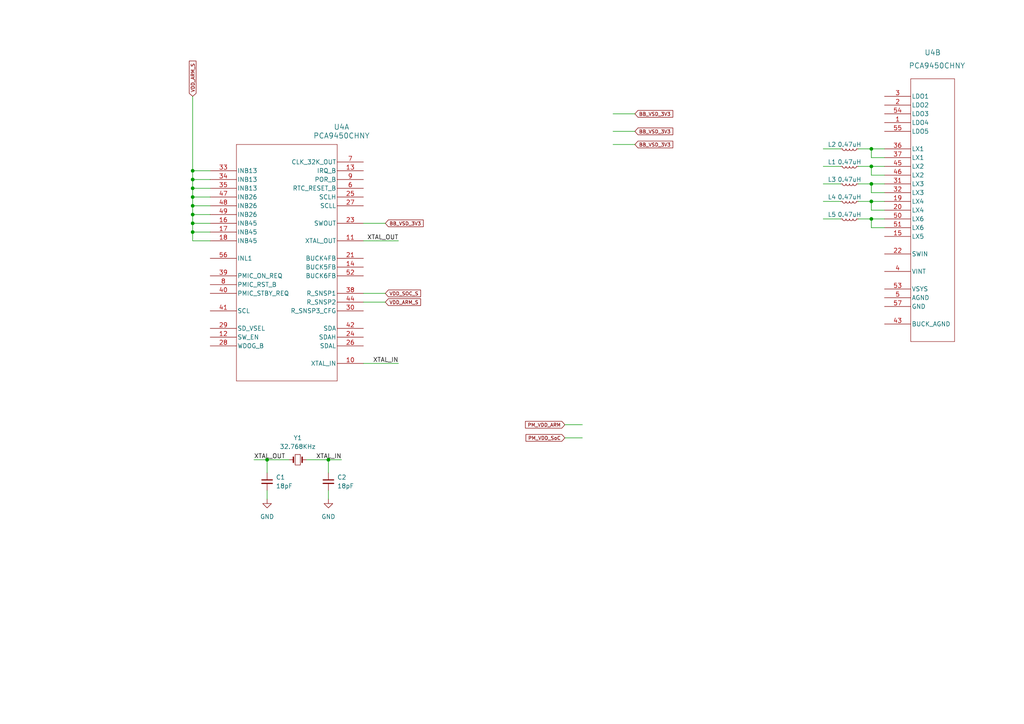
<source format=kicad_sch>
(kicad_sch (version 20230121) (generator eeschema)
  (paper "A4")
  (lib_symbols
    (symbol "Device:C_Small" (pin_numbers hide) (pin_names (offset 0.254) hide)
      (property "Reference" "C" (at 0.254 1.778 0))
      (property "Value" "C_Small" (at 0.254 -2.032 0))
      (symbol "C_Small_0_1"
        (polyline (pts (xy -1.524 -0.508) (xy 1.524 -0.508)) (stroke (width 0.3302)))
        (polyline (pts (xy -1.524 0.508) (xy 1.524 0.508)) (stroke (width 0.3048)))
      )
      (symbol "C_Small_1_1"
        (pin passive line (at 0 2.54 270) (length 2.032) (name "~") (number "1"))
        (pin passive line (at 0 -2.54 90) (length 2.032) (name "~") (number "2"))
      )
    )
    (symbol "Device:Crystal_Small" (pin_numbers hide) (pin_names (offset 1.016) hide)
      (property "Reference" "Y" (at 0 2.54 0))
      (property "Value" "Crystal_Small" (at 0 -2.54 0))
      (symbol "Crystal_Small_0_1"
        (rectangle (start -0.762 -1.524) (end 0.762 1.524))
        (polyline (pts (xy -1.27 -0.762) (xy -1.27 0.762)) (stroke (width 0.381)))
        (polyline (pts (xy 1.27 -0.762) (xy 1.27 0.762)) (stroke (width 0.381)))
      )
      (symbol "Crystal_Small_1_1"
        (pin passive line (at -2.54 0 0) (length 1.27) (name "1") (number "1"))
        (pin passive line (at 2.54 0 180) (length 1.27) (name "2") (number "2"))
      )
    )
    (symbol "Device:L_Small" (pin_numbers hide) (pin_names (offset 0.254) hide)
      (property "Reference" "L" (at 0.762 1.016 0))
      (property "Value" "L_Small" (at 0.762 -1.016 0))
      (symbol "L_Small_0_1"
        (arc (start 0 -2.032) (mid 0.5058 -1.524) (end 0 -1.016))
        (arc (start 0 -1.016) (mid 0.5058 -0.508) (end 0 0))
        (arc (start 0 0) (mid 0.5058 0.508) (end 0 1.016))
        (arc (start 0 1.016) (mid 0.5058 1.524) (end 0 2.032))
      )
      (symbol "L_Small_1_1"
        (pin passive line (at 0 2.54 270) (length 0.508) (name "~") (number "1"))
        (pin passive line (at 0 -2.54 90) (length 0.508) (name "~") (number "2"))
      )
    )
    (symbol "PCA9450CHNY_1" (pin_names (offset 0.254))
      (property "Reference" "U4" (at 38.1 12.7 0))
      (property "Value" "PCA9450CHNY" (at 38.1 10.16 0))
      (symbol "PCA9450CHNY_1_1_1"
        (polyline (pts (xy 7.62 -60.96) (xy 36.83 -60.96)) (stroke (width 0.127)))
        (polyline (pts (xy 7.62 7.62) (xy 7.62 -60.96)) (stroke (width 0.127)))
        (polyline (pts (xy 36.83 -60.96) (xy 36.83 7.62)) (stroke (width 0.127)))
        (polyline (pts (xy 36.83 7.62) (xy 7.62 7.62)) (stroke (width 0.127)))
        (pin unspecified line (at 44.45 -55.88 180) (length 7.62) (name "XTAL_IN") (number "10"))
        (pin unspecified line (at 44.45 -20.32 180) (length 7.62) (name "XTAL_OUT") (number "11"))
        (pin input line (at 0 -48.26 0) (length 7.62) (name "SW_EN") (number "12"))
        (pin output line (at 44.45 0 180) (length 7.62) (name "IRQ_B") (number "13"))
        (pin unspecified line (at 44.45 -27.94 180) (length 7.62) (name "BUCK5FB") (number "14"))
        (pin power_in line (at 0 -15.24 0) (length 7.62) (name "INB45") (number "16"))
        (pin power_in line (at 0 -17.78 0) (length 7.62) (name "INB45") (number "17"))
        (pin power_in line (at 0 -20.32 0) (length 7.62) (name "INB45") (number "18"))
        (pin unspecified line (at 44.45 -25.4 180) (length 7.62) (name "BUCK4FB") (number "21"))
        (pin power_in line (at 44.45 -15.24 180) (length 7.62) (name "SWOUT") (number "23"))
        (pin bidirectional line (at 44.45 -48.26 180) (length 7.62) (name "SDAH") (number "24"))
        (pin output line (at 44.45 -7.62 180) (length 7.62) (name "SCLH") (number "25"))
        (pin bidirectional line (at 44.45 -50.8 180) (length 7.62) (name "SDAL") (number "26"))
        (pin output line (at 44.45 -10.16 180) (length 7.62) (name "SCLL") (number "27"))
        (pin input line (at 0 -50.8 0) (length 7.62) (name "WDOG_B") (number "28"))
        (pin input line (at 0 -45.72 0) (length 7.62) (name "SD_VSEL") (number "29"))
        (pin unspecified line (at 44.45 -40.64 180) (length 7.62) (name "R_SNSP3_CFG") (number "30"))
        (pin power_in line (at 0 0 0) (length 7.62) (name "INB13") (number "33"))
        (pin power_in line (at 0 -2.54 0) (length 7.62) (name "INB13") (number "34"))
        (pin power_in line (at 0 -5.08 0) (length 7.62) (name "INB13") (number "35"))
        (pin unspecified line (at 44.45 -35.56 180) (length 7.62) (name "R_SNSP1") (number "38"))
        (pin input line (at 0 -30.48 0) (length 7.62) (name "PMIC_ON_REQ") (number "39"))
        (pin input line (at 0 -35.56 0) (length 7.62) (name "PMIC_STBY_REQ") (number "40"))
        (pin input line (at 0 -40.64 0) (length 7.62) (name "SCL") (number "41"))
        (pin bidirectional line (at 44.45 -45.72 180) (length 7.62) (name "SDA") (number "42"))
        (pin unspecified line (at 44.45 -38.1 180) (length 7.62) (name "R_SNSP2") (number "44"))
        (pin power_in line (at 0 -7.62 0) (length 7.62) (name "INB26") (number "47"))
        (pin power_in line (at 0 -10.16 0) (length 7.62) (name "INB26") (number "48"))
        (pin power_in line (at 0 -12.7 0) (length 7.62) (name "INB26") (number "49"))
        (pin unspecified line (at 44.45 -30.48 180) (length 7.62) (name "BUCK6FB") (number "52"))
        (pin power_in line (at 0 -25.4 0) (length 7.62) (name "INL1") (number "56"))
        (pin output line (at 44.45 -5.08 180) (length 7.62) (name "RTC_RESET_B") (number "6"))
        (pin output line (at 44.45 2.54 180) (length 7.62) (name "CLK_32K_OUT") (number "7"))
        (pin input line (at 0 -33.02 0) (length 7.62) (name "PMIC_RST_B") (number "8"))
        (pin output line (at 44.45 -2.54 180) (length 7.62) (name "POR_B") (number "9"))
      )
      (symbol "PCA9450CHNY_1_2_1"
        (polyline (pts (xy 7.62 -71.12) (xy 20.32 -71.12)) (stroke (width 0.127)))
        (polyline (pts (xy 7.62 5.08) (xy 7.62 -71.12)) (stroke (width 0.127)))
        (polyline (pts (xy 20.32 -71.12) (xy 20.32 5.08)) (stroke (width 0.127)))
        (polyline (pts (xy 20.32 5.08) (xy 7.62 5.08)) (stroke (width 0.127)))
        (pin power_in line (at 0 -7.62 0) (length 7.62) (name "LDO4") (number "1"))
        (pin power_in line (at 0 -40.64 0) (length 7.62) (name "LX5") (number "15"))
        (pin power_in line (at 0 -30.48 0) (length 7.62) (name "LX4") (number "19"))
        (pin power_in line (at 0 -2.54 0) (length 7.62) (name "LDO2") (number "2"))
        (pin power_in line (at 0 -33.02 0) (length 7.62) (name "LX4") (number "20"))
        (pin power_in line (at 0 -45.72 0) (length 7.62) (name "SWIN") (number "22"))
        (pin power_in line (at 0 0 0) (length 7.62) (name "LDO1") (number "3"))
        (pin power_in line (at 0 -25.4 0) (length 7.62) (name "LX3") (number "31"))
        (pin power_in line (at 0 -27.94 0) (length 7.62) (name "LX3") (number "32"))
        (pin power_in line (at 0 -15.24 0) (length 7.62) (name "LX1") (number "36"))
        (pin power_in line (at 0 -17.78 0) (length 7.62) (name "LX1") (number "37"))
        (pin power_in line (at 0 -50.8 0) (length 7.62) (name "VINT") (number "4"))
        (pin power_out line (at 0 -66.04 0) (length 7.62) (name "BUCK_AGND") (number "43"))
        (pin power_in line (at 0 -20.32 0) (length 7.62) (name "LX2") (number "45"))
        (pin power_in line (at 0 -22.86 0) (length 7.62) (name "LX2") (number "46"))
        (pin power_out line (at 0 -58.42 0) (length 7.62) (name "AGND") (number "5"))
        (pin power_in line (at 0 -35.56 0) (length 7.62) (name "LX6") (number "50"))
        (pin power_in line (at 0 -38.1 0) (length 7.62) (name "LX6") (number "51"))
        (pin power_in line (at 0 -55.88 0) (length 7.62) (name "VSYS") (number "53"))
        (pin power_in line (at 0 -5.08 0) (length 7.62) (name "LDO3") (number "54"))
        (pin power_in line (at 0 -10.16 0) (length 7.62) (name "LDO5") (number "55"))
        (pin power_out line (at 0 -60.96 0) (length 7.62) (name "GND") (number "57"))
      )
    )
    (symbol "pca9450_NXP:PCA9450CHNY" (pin_names (offset 0.254))
      (property "Reference" "U4" (at 38.1 12.7 0))
      (property "Value" "PCA9450CHNY" (at 38.1 10.16 0))
      (symbol "PCA9450CHNY_1_1"
        (polyline (pts (xy 7.62 -60.96) (xy 36.83 -60.96)) (stroke (width 0.127)))
        (polyline (pts (xy 7.62 7.62) (xy 7.62 -60.96)) (stroke (width 0.127)))
        (polyline (pts (xy 36.83 -60.96) (xy 36.83 7.62)) (stroke (width 0.127)))
        (polyline (pts (xy 36.83 7.62) (xy 7.62 7.62)) (stroke (width 0.127)))
        (pin unspecified line (at 44.45 -55.88 180) (length 7.62) (name "XTAL_IN") (number "10"))
        (pin unspecified line (at 44.45 -20.32 180) (length 7.62) (name "XTAL_OUT") (number "11"))
        (pin input line (at 0 -48.26 0) (length 7.62) (name "SW_EN") (number "12"))
        (pin output line (at 44.45 0 180) (length 7.62) (name "IRQ_B") (number "13"))
        (pin unspecified line (at 44.45 -27.94 180) (length 7.62) (name "BUCK5FB") (number "14"))
        (pin power_in line (at 0 -15.24 0) (length 7.62) (name "INB45") (number "16"))
        (pin power_in line (at 0 -17.78 0) (length 7.62) (name "INB45") (number "17"))
        (pin power_in line (at 0 -20.32 0) (length 7.62) (name "INB45") (number "18"))
        (pin unspecified line (at 44.45 -25.4 180) (length 7.62) (name "BUCK4FB") (number "21"))
        (pin power_in line (at 44.45 -15.24 180) (length 7.62) (name "SWOUT") (number "23"))
        (pin bidirectional line (at 44.45 -48.26 180) (length 7.62) (name "SDAH") (number "24"))
        (pin output line (at 44.45 -7.62 180) (length 7.62) (name "SCLH") (number "25"))
        (pin bidirectional line (at 44.45 -50.8 180) (length 7.62) (name "SDAL") (number "26"))
        (pin output line (at 44.45 -10.16 180) (length 7.62) (name "SCLL") (number "27"))
        (pin input line (at 0 -50.8 0) (length 7.62) (name "WDOG_B") (number "28"))
        (pin input line (at 0 -45.72 0) (length 7.62) (name "SD_VSEL") (number "29"))
        (pin unspecified line (at 44.45 -40.64 180) (length 7.62) (name "R_SNSP3_CFG") (number "30"))
        (pin power_in line (at 0 0 0) (length 7.62) (name "INB13") (number "33"))
        (pin power_in line (at 0 -2.54 0) (length 7.62) (name "INB13") (number "34"))
        (pin power_in line (at 0 -5.08 0) (length 7.62) (name "INB13") (number "35"))
        (pin unspecified line (at 44.45 -35.56 180) (length 7.62) (name "R_SNSP1") (number "38"))
        (pin input line (at 0 -30.48 0) (length 7.62) (name "PMIC_ON_REQ") (number "39"))
        (pin input line (at 0 -35.56 0) (length 7.62) (name "PMIC_STBY_REQ") (number "40"))
        (pin input line (at 0 -40.64 0) (length 7.62) (name "SCL") (number "41"))
        (pin bidirectional line (at 44.45 -45.72 180) (length 7.62) (name "SDA") (number "42"))
        (pin unspecified line (at 44.45 -38.1 180) (length 7.62) (name "R_SNSP2") (number "44"))
        (pin power_in line (at 0 -7.62 0) (length 7.62) (name "INB26") (number "47"))
        (pin power_in line (at 0 -10.16 0) (length 7.62) (name "INB26") (number "48"))
        (pin power_in line (at 0 -12.7 0) (length 7.62) (name "INB26") (number "49"))
        (pin unspecified line (at 44.45 -30.48 180) (length 7.62) (name "BUCK6FB") (number "52"))
        (pin power_in line (at 0 -25.4 0) (length 7.62) (name "INL1") (number "56"))
        (pin output line (at 44.45 -5.08 180) (length 7.62) (name "RTC_RESET_B") (number "6"))
        (pin output line (at 44.45 2.54 180) (length 7.62) (name "CLK_32K_OUT") (number "7"))
        (pin input line (at 0 -33.02 0) (length 7.62) (name "PMIC_RST_B") (number "8"))
        (pin output line (at 44.45 -2.54 180) (length 7.62) (name "POR_B") (number "9"))
      )
      (symbol "PCA9450CHNY_2_1"
        (polyline (pts (xy 7.62 -71.12) (xy 20.32 -71.12)) (stroke (width 0.127)))
        (polyline (pts (xy 7.62 5.08) (xy 7.62 -71.12)) (stroke (width 0.127)))
        (polyline (pts (xy 20.32 -71.12) (xy 20.32 5.08)) (stroke (width 0.127)))
        (polyline (pts (xy 20.32 5.08) (xy 7.62 5.08)) (stroke (width 0.127)))
        (pin power_in line (at 0 -7.62 0) (length 7.62) (name "LDO4") (number "1"))
        (pin power_in line (at 0 -40.64 0) (length 7.62) (name "LX5") (number "15"))
        (pin power_in line (at 0 -30.48 0) (length 7.62) (name "LX4") (number "19"))
        (pin power_in line (at 0 -2.54 0) (length 7.62) (name "LDO2") (number "2"))
        (pin power_in line (at 0 -33.02 0) (length 7.62) (name "LX4") (number "20"))
        (pin power_in line (at 0 -45.72 0) (length 7.62) (name "SWIN") (number "22"))
        (pin power_in line (at 0 0 0) (length 7.62) (name "LDO1") (number "3"))
        (pin power_in line (at 0 -25.4 0) (length 7.62) (name "LX3") (number "31"))
        (pin power_in line (at 0 -27.94 0) (length 7.62) (name "LX3") (number "32"))
        (pin power_in line (at 0 -15.24 0) (length 7.62) (name "LX1") (number "36"))
        (pin power_in line (at 0 -17.78 0) (length 7.62) (name "LX1") (number "37"))
        (pin power_in line (at 0 -50.8 0) (length 7.62) (name "VINT") (number "4"))
        (pin power_out line (at 0 -66.04 0) (length 7.62) (name "BUCK_AGND") (number "43"))
        (pin power_in line (at 0 -20.32 0) (length 7.62) (name "LX2") (number "45"))
        (pin power_in line (at 0 -22.86 0) (length 7.62) (name "LX2") (number "46"))
        (pin power_out line (at 0 -58.42 0) (length 7.62) (name "AGND") (number "5"))
        (pin power_in line (at 0 -35.56 0) (length 7.62) (name "LX6") (number "50"))
        (pin power_in line (at 0 -38.1 0) (length 7.62) (name "LX6") (number "51"))
        (pin power_in line (at 0 -55.88 0) (length 7.62) (name "VSYS") (number "53"))
        (pin power_in line (at 0 -5.08 0) (length 7.62) (name "LDO3") (number "54"))
        (pin power_in line (at 0 -10.16 0) (length 7.62) (name "LDO5") (number "55"))
        (pin power_out line (at 0 -60.96 0) (length 7.62) (name "GND") (number "57"))
      )
    )
    (symbol "power:GND" (power) (pin_names (offset 0))
      (property "Value" "GND" (at 0 -3.81 0))
      (symbol "GND_0_1"
        (polyline (pts (xy 0 0) (xy 0 -1.27) (xy 1.27 -1.27) (xy 0 -2.54) (xy -1.27 -1.27) (xy 0 -1.27)))
      )
      (symbol "GND_1_1"
        (pin power_in line (at 0 0 270) (length 0) hide (name "GND") (number "1"))
      )
    )
  )
  (junction (at 55.88 57.15))
  (junction (at 55.88 64.77))
  (junction (at 77.47 133.35))
  (junction (at 252.73 53.34))
  (junction (at 55.88 54.61))
  (junction (at 95.25 133.35))
  (junction (at 55.88 49.53))
  (junction (at 252.73 63.5))
  (junction (at 55.88 62.23))
  (junction (at 55.88 59.69))
  (junction (at 55.88 67.31))
  (junction (at 55.88 52.07))
  (junction (at 252.73 58.42))
  (junction (at 252.73 48.26))
  (junction (at 252.73 43.18))
  (wire (pts (xy 256.54 45.72) (xy 252.73 45.72)))
  (wire (pts (xy 95.25 133.35) (xy 99.06 133.35)))
  (wire (pts (xy 55.88 62.23) (xy 55.88 64.77)))
  (wire (pts (xy 252.73 66.04) (xy 252.73 63.5)))
  (wire (pts (xy 60.96 57.15) (xy 55.88 57.15)))
  (wire (pts (xy 88.9 133.35) (xy 95.25 133.35)))
  (wire (pts (xy 55.88 27.94) (xy 55.88 49.53)))
  (wire (pts (xy 248.92 48.26) (xy 252.73 48.26)))
  (wire (pts (xy 256.54 60.96) (xy 252.73 60.96)))
  (wire (pts (xy 60.96 64.77) (xy 55.88 64.77)))
  (wire (pts (xy 55.88 57.15) (xy 55.88 54.61)))
  (wire (pts (xy 248.92 58.42) (xy 252.73 58.42)))
  (wire (pts (xy 252.73 58.42) (xy 256.54 58.42)))
  (wire (pts (xy 55.88 49.53) (xy 55.88 52.07)))
  (wire (pts (xy 177.8 33.02) (xy 184.15 33.02)))
  (wire (pts (xy 252.73 53.34) (xy 256.54 53.34)))
  (wire (pts (xy 105.41 85.09) (xy 111.76 85.09)))
  (wire (pts (xy 60.96 54.61) (xy 55.88 54.61)))
  (wire (pts (xy 238.76 43.18) (xy 243.84 43.18)))
  (wire (pts (xy 55.88 54.61) (xy 55.88 52.07)))
  (wire (pts (xy 252.73 48.26) (xy 256.54 48.26)))
  (wire (pts (xy 60.96 52.07) (xy 55.88 52.07)))
  (wire (pts (xy 105.41 87.63) (xy 111.76 87.63)))
  (wire (pts (xy 248.92 43.18) (xy 252.73 43.18)))
  (wire (pts (xy 55.88 62.23) (xy 60.96 62.23)))
  (wire (pts (xy 95.25 142.24) (xy 95.25 144.78)))
  (wire (pts (xy 163.83 123.19) (xy 168.91 123.19)))
  (wire (pts (xy 83.82 133.35) (xy 77.47 133.35)))
  (wire (pts (xy 256.54 55.88) (xy 252.73 55.88)))
  (wire (pts (xy 55.88 59.69) (xy 60.96 59.69)))
  (wire (pts (xy 248.92 63.5) (xy 252.73 63.5)))
  (wire (pts (xy 256.54 66.04) (xy 252.73 66.04)))
  (wire (pts (xy 55.88 57.15) (xy 55.88 59.69)))
  (wire (pts (xy 252.73 60.96) (xy 252.73 58.42)))
  (wire (pts (xy 238.76 63.5) (xy 243.84 63.5)))
  (wire (pts (xy 252.73 55.88) (xy 252.73 53.34)))
  (wire (pts (xy 238.76 53.34) (xy 243.84 53.34)))
  (wire (pts (xy 252.73 45.72) (xy 252.73 43.18)))
  (wire (pts (xy 77.47 142.24) (xy 77.47 144.78)))
  (wire (pts (xy 252.73 63.5) (xy 256.54 63.5)))
  (wire (pts (xy 252.73 50.8) (xy 252.73 48.26)))
  (wire (pts (xy 252.73 43.18) (xy 256.54 43.18)))
  (wire (pts (xy 105.41 105.41) (xy 115.57 105.41)))
  (wire (pts (xy 238.76 58.42) (xy 243.84 58.42)))
  (wire (pts (xy 177.8 38.1) (xy 184.15 38.1)))
  (wire (pts (xy 77.47 133.35) (xy 77.47 137.16)))
  (wire (pts (xy 95.25 133.35) (xy 95.25 137.16)))
  (wire (pts (xy 77.47 133.35) (xy 73.66 133.35)))
  (wire (pts (xy 55.88 69.85) (xy 55.88 67.31)))
  (wire (pts (xy 238.76 48.26) (xy 243.84 48.26)))
  (wire (pts (xy 55.88 64.77) (xy 55.88 67.31)))
  (wire (pts (xy 105.41 69.85) (xy 115.57 69.85)))
  (wire (pts (xy 55.88 67.31) (xy 60.96 67.31)))
  (wire (pts (xy 55.88 59.69) (xy 55.88 62.23)))
  (wire (pts (xy 177.8 41.91) (xy 184.15 41.91)))
  (wire (pts (xy 163.83 127) (xy 168.91 127)))
  (wire (pts (xy 248.92 53.34) (xy 252.73 53.34)))
  (wire (pts (xy 105.41 64.77) (xy 111.76 64.77)))
  (wire (pts (xy 55.88 49.53) (xy 60.96 49.53)))
  (wire (pts (xy 256.54 50.8) (xy 252.73 50.8)))
  (wire (pts (xy 60.96 69.85) (xy 55.88 69.85)))
  (label "XTAL_OUT" (at 115.57 69.85 180))
  (label "XTAL_IN" (at 99.06 133.35 180))
  (label "XTAL_IN" (at 115.57 105.41 180))
  (label "XTAL_OUT" (at 73.66 133.35 0))
  (global_label "PM_VDD_SoC" (shape input) (at 163.83 127 180) (effects (font (size 1 1))) (property "Intersheetrefs" "${INTERSHEET_REFS}" (effects hide)))
  (global_label "BB_VSD_3V3" (shape input) (at 184.15 33.02 0) (effects (font (size 1 1))) (property "Intersheetrefs" "${INTERSHEET_REFS}" (effects hide)))
  (global_label "VDD_ARM_S" (shape input) (at 55.88 27.94 90) (effects (font (size 1 1))) (property "Intersheetrefs" "${INTERSHEET_REFS}" (effects hide)))
  (global_label "BB_VSD_3V3" (shape input) (at 184.15 38.1 0) (effects (font (size 1 1))) (property "Intersheetrefs" "${INTERSHEET_REFS}" (effects hide)))
  (global_label "PM_VDD_ARM" (shape input) (at 163.83 123.19 180) (effects (font (size 1 1))) (property "Intersheetrefs" "${INTERSHEET_REFS}" (effects hide)))
  (global_label "BB_VSD_3V3" (shape input) (at 184.15 41.91 0) (effects (font (size 1 1))) (property "Intersheetrefs" "${INTERSHEET_REFS}" (effects hide)))
  (global_label "VDD_ARM_S" (shape input) (at 111.76 87.63 0) (effects (font (size 1 1))) (property "Intersheetrefs" "${INTERSHEET_REFS}" (effects hide)))
  (global_label "VDD_SOC_S" (shape input) (at 111.76 85.09 0) (effects (font (size 1 1))) (property "Intersheetrefs" "${INTERSHEET_REFS}" (effects hide)))
  (global_label "BB_VSD_3V3" (shape input) (at 111.76 64.77 0) (effects (font (size 1 1))) (property "Intersheetrefs" "${INTERSHEET_REFS}" (effects hide)))
  (symbol (lib_id "Device:C_Small") (at 77.47 139.7 0) (mirror y) (unit 1)
    (property "Reference" "C1" (at 80.01 138.4363 0) (effects (justify right)))
    (property "Value" "18pF" (at 80.01 140.9763 0) (effects (justify right)))
    (property "Footprint" "Capacitor_SMD:C_0201_0603Metric_Pad0.64x0.40mm_HandSolder" (effects hide))
  )
  (symbol (lib_id "power:GND") (at 77.47 144.78 0) (unit 1)
    (property "Reference" "#PWR07" (effects hide))
    (property "Value" "GND" (at 77.47 149.86 0))
  )
  (symbol (lib_id "Device:C_Small") (at 95.25 139.7 0) (mirror y) (unit 1)
    (property "Reference" "C2" (at 97.79 138.4363 0) (effects (justify right)))
    (property "Value" "18pF" (at 97.79 140.9763 0) (effects (justify right)))
    (property "Footprint" "Capacitor_SMD:C_0201_0603Metric_Pad0.64x0.40mm_HandSolder" (effects hide))
  )
  (symbol (lib_id "Device:L_Small") (at 246.38 53.34 270) (unit 1)
    (property "Reference" "L3" (at 241.3 52.07 90))
    (property "Value" "0.47uH" (at 246.38 52.07 90))
    (property "Footprint" "Inductor_SMD:L_0805_2012Metric_Pad1.05x1.20mm_HandSolder" (effects hide))
  )
  (symbol (lib_id "Device:L_Small") (at 246.38 63.5 270) (unit 1)
    (property "Reference" "L5" (at 241.3 62.23 90))
    (property "Value" "0.47uH" (at 246.38 62.23 90))
    (property "Footprint" "Inductor_SMD:L_0805_2012Metric_Pad1.05x1.20mm_HandSolder" (effects hide))
  )
  (symbol (lib_id "pca9450_NXP:PCA9450CHNY") (at 60.96 49.53 0) (unit 1)
    (property "Reference" "U4" (at 99.06 36.83 0) (effects (font (size 1.524 1.524))))
    (property "Value" "PCA9450CHNY" (at 99.06 39.37 0) (effects (font (size 1.524 1.524))))
    (property "Footprint" "_W_SBC:DHX2QFN18_SOT1442-1_NXP-L" (effects hide))
    (property "Datasheet" "PCA9450CHNY" (effects hide))
  )
  (symbol (lib_id "Device:L_Small") (at 246.38 58.42 270) (unit 1)
    (property "Reference" "L4" (at 241.3 57.15 90))
    (property "Value" "0.47uH" (at 246.38 57.15 90))
    (property "Footprint" "Inductor_SMD:L_0805_2012Metric_Pad1.05x1.20mm_HandSolder" (effects hide))
  )
  (symbol (lib_id "power:GND") (at 95.25 144.78 0) (unit 1)
    (property "Reference" "#PWR06" (effects hide))
    (property "Value" "GND" (at 95.25 149.86 0))
  )
  (symbol (lib_id "Device:Crystal_Small") (at 86.36 133.35 0) (unit 1)
    (property "Reference" "Y1" (at 86.36 127 0))
    (property "Value" "32.768KHz" (at 86.36 129.54 0))
    (property "Footprint" "Crystal:Crystal_SMD_0603-2Pin_6.0x3.5mm_HandSoldering" (effects hide))
  )
  (symbol (lib_id "Device:L_Small") (at 246.38 48.26 270) (unit 1)
    (property "Reference" "L1" (at 241.3 46.99 90))
    (property "Value" "0.47uH" (at 246.38 46.99 90))
    (property "Footprint" "Inductor_SMD:L_0805_2012Metric_Pad1.05x1.20mm_HandSolder" (effects hide))
  )
  (symbol (lib_name "PCA9450CHNY_1") (lib_id "pca9450_NXP:PCA9450CHNY") (at 256.54 27.94 0) (unit 2)
    (property "Reference" "U4" (at 270.51 15.24 0) (effects (font (size 1.524 1.524))))
    (property "Value" "PCA9450CHNY" (at 271.78 19.05 0) (effects (font (size 1.524 1.524))))
    (property "Footprint" "_W_SBC:DHX2QFN18_SOT1442-1_NXP-L" (effects hide))
    (property "Datasheet" "PCA9450CHNY" (effects hide))
  )
  (symbol (lib_id "Device:L_Small") (at 246.38 43.18 270) (unit 1)
    (property "Reference" "L2" (at 241.3 41.91 90))
    (property "Value" "0.47uH" (at 246.38 41.91 90))
    (property "Footprint" "Inductor_SMD:L_0805_2012Metric_Pad1.05x1.20mm_HandSolder" (effects hide))
  )
)
</source>
